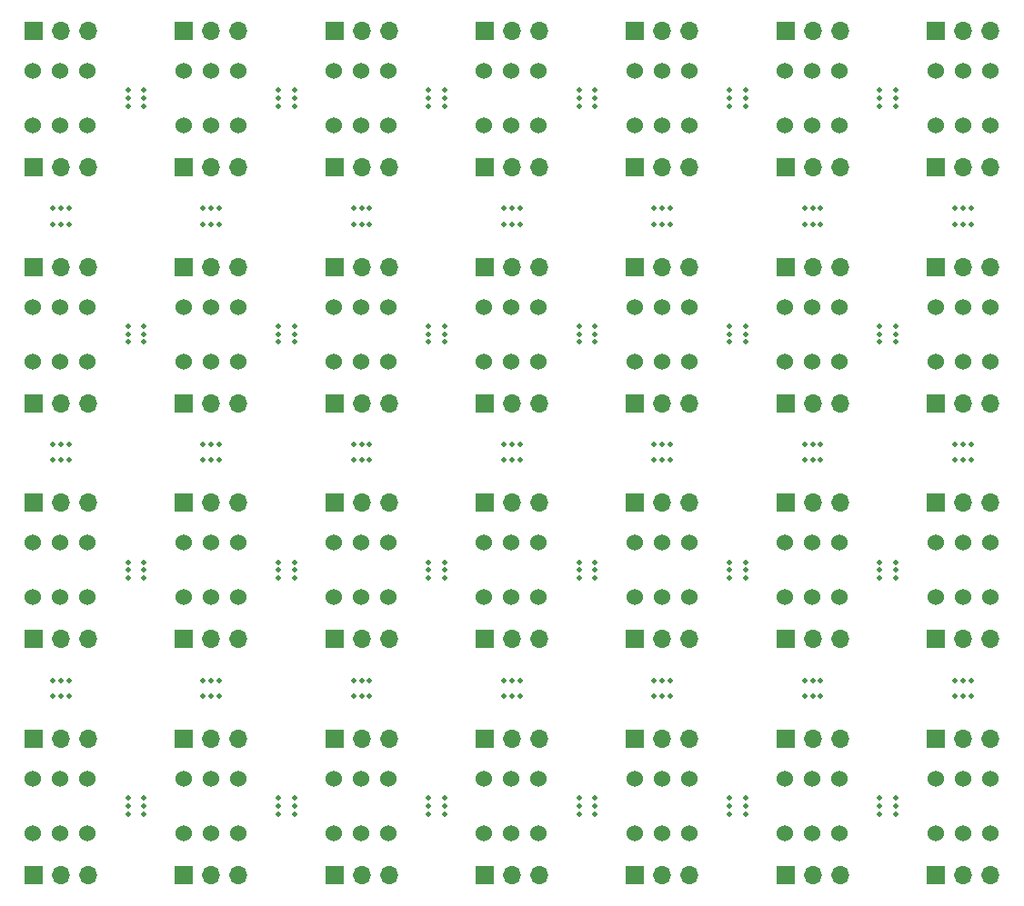
<source format=gbr>
%TF.GenerationSoftware,KiCad,Pcbnew,(6.0.0-0)*%
%TF.CreationDate,2022-11-23T09:42:26-05:00*%
%TF.ProjectId,Breakout_DPDT,42726561-6b6f-4757-945f-445044542e6b,rev?*%
%TF.SameCoordinates,Original*%
%TF.FileFunction,Soldermask,Top*%
%TF.FilePolarity,Negative*%
%FSLAX46Y46*%
G04 Gerber Fmt 4.6, Leading zero omitted, Abs format (unit mm)*
G04 Created by KiCad (PCBNEW (6.0.0-0)) date 2022-11-23 09:42:26*
%MOMM*%
%LPD*%
G01*
G04 APERTURE LIST*
%ADD10R,1.700000X1.700000*%
%ADD11O,1.700000X1.700000*%
%ADD12C,0.500000*%
%ADD13C,1.524000*%
G04 APERTURE END LIST*
D10*
%TO.C,J2*%
X137460000Y-59428000D03*
D11*
X140000000Y-59428000D03*
X142540000Y-59428000D03*
%TD*%
D12*
%TO.C,mouse-bite-2mm-slot*%
X70750000Y-64750000D03*
X69250000Y-63250000D03*
X70750000Y-63250000D03*
X70000000Y-63250000D03*
X70000000Y-64750000D03*
X69250000Y-64750000D03*
%TD*%
D10*
%TO.C,J1*%
X137460000Y-112728000D03*
D11*
X140000000Y-112728000D03*
X142540000Y-112728000D03*
%TD*%
D12*
%TO.C,mouse-bite-2mm-slot*%
X140750000Y-107250000D03*
X139250000Y-107250000D03*
X139250000Y-108750000D03*
X140750000Y-108750000D03*
X140000000Y-107250000D03*
X140000000Y-108750000D03*
%TD*%
D13*
%TO.C,SW1*%
X151420000Y-55539000D03*
X156500000Y-55539000D03*
X153960000Y-55539000D03*
X153960000Y-50459000D03*
X151420000Y-50459000D03*
X156500000Y-50459000D03*
%TD*%
%TO.C,SW1*%
X151420000Y-77539000D03*
X156500000Y-77539000D03*
X153960000Y-77539000D03*
X153960000Y-72459000D03*
X151420000Y-72459000D03*
X156500000Y-72459000D03*
%TD*%
D12*
%TO.C,mouse-bite-2mm-slot*%
X70750000Y-108750000D03*
X69250000Y-107250000D03*
X70000000Y-108750000D03*
X70000000Y-107250000D03*
X70750000Y-107250000D03*
X69250000Y-108750000D03*
%TD*%
D10*
%TO.C,J2*%
X151460000Y-103428000D03*
D11*
X154000000Y-103428000D03*
X156540000Y-103428000D03*
%TD*%
D13*
%TO.C,SW1*%
X67420000Y-77539000D03*
X72500000Y-77539000D03*
X69960000Y-77539000D03*
X69960000Y-72459000D03*
X67420000Y-72459000D03*
X72500000Y-72459000D03*
%TD*%
D12*
%TO.C,mouse-bite-2mm-slot*%
X98000000Y-107250000D03*
X98750000Y-107250000D03*
X98750000Y-108750000D03*
X98000000Y-108750000D03*
X97250000Y-107250000D03*
X97250000Y-108750000D03*
%TD*%
D10*
%TO.C,J1*%
X137460000Y-90728000D03*
D11*
X140000000Y-90728000D03*
X142540000Y-90728000D03*
%TD*%
D13*
%TO.C,SW1*%
X81420000Y-55539000D03*
X86500000Y-55539000D03*
X83960000Y-55539000D03*
X83960000Y-50459000D03*
X81420000Y-50459000D03*
X86500000Y-50459000D03*
%TD*%
D10*
%TO.C,J1*%
X95460000Y-112728000D03*
D11*
X98000000Y-112728000D03*
X100540000Y-112728000D03*
%TD*%
D12*
%TO.C,mouse-bite-2mm-slot*%
X119750000Y-96250000D03*
X119750000Y-97750000D03*
X118250000Y-96250000D03*
X119750000Y-97000000D03*
X118250000Y-97750000D03*
X118250000Y-97000000D03*
%TD*%
D10*
%TO.C,J2*%
X67460000Y-81428000D03*
D11*
X70000000Y-81428000D03*
X72540000Y-81428000D03*
%TD*%
D10*
%TO.C,J1*%
X137460000Y-68728000D03*
D11*
X140000000Y-68728000D03*
X142540000Y-68728000D03*
%TD*%
D10*
%TO.C,J1*%
X109460000Y-90728000D03*
D11*
X112000000Y-90728000D03*
X114540000Y-90728000D03*
%TD*%
D10*
%TO.C,J2*%
X109460000Y-125428000D03*
D11*
X112000000Y-125428000D03*
X114540000Y-125428000D03*
%TD*%
D10*
%TO.C,J2*%
X151460000Y-81428000D03*
D11*
X154000000Y-81428000D03*
X156540000Y-81428000D03*
%TD*%
D12*
%TO.C,mouse-bite-2mm-slot*%
X70750000Y-85250000D03*
X69250000Y-86750000D03*
X69250000Y-85250000D03*
X70000000Y-86750000D03*
X70000000Y-85250000D03*
X70750000Y-86750000D03*
%TD*%
D10*
%TO.C,J2*%
X95460000Y-103428000D03*
D11*
X98000000Y-103428000D03*
X100540000Y-103428000D03*
%TD*%
D13*
%TO.C,SW1*%
X109420000Y-121539000D03*
X114500000Y-121539000D03*
X111960000Y-121539000D03*
X111960000Y-116459000D03*
X109420000Y-116459000D03*
X114500000Y-116459000D03*
%TD*%
D10*
%TO.C,J1*%
X67460000Y-46728000D03*
D11*
X70000000Y-46728000D03*
X72540000Y-46728000D03*
%TD*%
D10*
%TO.C,J2*%
X123460000Y-81428000D03*
D11*
X126000000Y-81428000D03*
X128540000Y-81428000D03*
%TD*%
D12*
%TO.C,mouse-bite-2mm-slot*%
X77750000Y-96250000D03*
X76250000Y-97750000D03*
X76250000Y-97000000D03*
X76250000Y-96250000D03*
X77750000Y-97750000D03*
X77750000Y-97000000D03*
%TD*%
D13*
%TO.C,SW1*%
X109420000Y-77539000D03*
X114500000Y-77539000D03*
X111960000Y-77539000D03*
X111960000Y-72459000D03*
X109420000Y-72459000D03*
X114500000Y-72459000D03*
%TD*%
D12*
%TO.C,mouse-bite-2mm-slot*%
X154750000Y-108750000D03*
X154750000Y-107250000D03*
X153250000Y-107250000D03*
X154000000Y-108750000D03*
X154000000Y-107250000D03*
X153250000Y-108750000D03*
%TD*%
D10*
%TO.C,J1*%
X67460000Y-68728000D03*
D11*
X70000000Y-68728000D03*
X72540000Y-68728000D03*
%TD*%
D13*
%TO.C,SW1*%
X151420000Y-121539000D03*
X156500000Y-121539000D03*
X153960000Y-121539000D03*
X153960000Y-116459000D03*
X151420000Y-116459000D03*
X156500000Y-116459000D03*
%TD*%
%TO.C,SW1*%
X67420000Y-121539000D03*
X72500000Y-121539000D03*
X69960000Y-121539000D03*
X69960000Y-116459000D03*
X67420000Y-116459000D03*
X72500000Y-116459000D03*
%TD*%
%TO.C,SW1*%
X137420000Y-121539000D03*
X142500000Y-121539000D03*
X139960000Y-121539000D03*
X139960000Y-116459000D03*
X137420000Y-116459000D03*
X142500000Y-116459000D03*
%TD*%
D10*
%TO.C,J1*%
X137460000Y-46728000D03*
D11*
X140000000Y-46728000D03*
X142540000Y-46728000D03*
%TD*%
D10*
%TO.C,J1*%
X81460000Y-90728000D03*
D11*
X84000000Y-90728000D03*
X86540000Y-90728000D03*
%TD*%
D13*
%TO.C,SW1*%
X95420000Y-77539000D03*
X100500000Y-77539000D03*
X97960000Y-77539000D03*
X97960000Y-72459000D03*
X95420000Y-72459000D03*
X100500000Y-72459000D03*
%TD*%
%TO.C,SW1*%
X95420000Y-55539000D03*
X100500000Y-55539000D03*
X97960000Y-55539000D03*
X97960000Y-50459000D03*
X95420000Y-50459000D03*
X100500000Y-50459000D03*
%TD*%
%TO.C,SW1*%
X81420000Y-121539000D03*
X86500000Y-121539000D03*
X83960000Y-121539000D03*
X83960000Y-116459000D03*
X81420000Y-116459000D03*
X86500000Y-116459000D03*
%TD*%
D12*
%TO.C,mouse-bite-2mm-slot*%
X132250000Y-97750000D03*
X133750000Y-97000000D03*
X132250000Y-97000000D03*
X133750000Y-96250000D03*
X133750000Y-97750000D03*
X132250000Y-96250000D03*
%TD*%
D10*
%TO.C,J1*%
X151460000Y-68728000D03*
D11*
X154000000Y-68728000D03*
X156540000Y-68728000D03*
%TD*%
D10*
%TO.C,J2*%
X123460000Y-59428000D03*
D11*
X126000000Y-59428000D03*
X128540000Y-59428000D03*
%TD*%
D13*
%TO.C,SW1*%
X67420000Y-55539000D03*
X72500000Y-55539000D03*
X69960000Y-55539000D03*
X69960000Y-50459000D03*
X67420000Y-50459000D03*
X72500000Y-50459000D03*
%TD*%
D10*
%TO.C,J2*%
X109460000Y-81428000D03*
D11*
X112000000Y-81428000D03*
X114540000Y-81428000D03*
%TD*%
D12*
%TO.C,mouse-bite-2mm-slot*%
X105750000Y-75750000D03*
X105750000Y-75000000D03*
X105750000Y-74250000D03*
X104250000Y-74250000D03*
X104250000Y-75000000D03*
X104250000Y-75750000D03*
%TD*%
%TO.C,mouse-bite-2mm-slot*%
X140750000Y-63250000D03*
X139250000Y-64750000D03*
X139250000Y-63250000D03*
X140750000Y-64750000D03*
X140000000Y-64750000D03*
X140000000Y-63250000D03*
%TD*%
D10*
%TO.C,J1*%
X95460000Y-68728000D03*
D11*
X98000000Y-68728000D03*
X100540000Y-68728000D03*
%TD*%
D13*
%TO.C,SW1*%
X123420000Y-121539000D03*
X128500000Y-121539000D03*
X125960000Y-121539000D03*
X125960000Y-116459000D03*
X123420000Y-116459000D03*
X128500000Y-116459000D03*
%TD*%
D10*
%TO.C,J1*%
X67460000Y-90728000D03*
D11*
X70000000Y-90728000D03*
X72540000Y-90728000D03*
%TD*%
D10*
%TO.C,J2*%
X67460000Y-59428000D03*
D11*
X70000000Y-59428000D03*
X72540000Y-59428000D03*
%TD*%
D12*
%TO.C,mouse-bite-2mm-slot*%
X125250000Y-64750000D03*
X126750000Y-64750000D03*
X126000000Y-64750000D03*
X125250000Y-63250000D03*
X126750000Y-63250000D03*
X126000000Y-63250000D03*
%TD*%
D10*
%TO.C,J1*%
X95460000Y-46728000D03*
D11*
X98000000Y-46728000D03*
X100540000Y-46728000D03*
%TD*%
D13*
%TO.C,SW1*%
X137420000Y-55539000D03*
X142500000Y-55539000D03*
X139960000Y-55539000D03*
X139960000Y-50459000D03*
X137420000Y-50459000D03*
X142500000Y-50459000D03*
%TD*%
D12*
%TO.C,mouse-bite-2mm-slot*%
X146250000Y-75750000D03*
X147750000Y-75750000D03*
X146250000Y-75000000D03*
X146250000Y-74250000D03*
X147750000Y-74250000D03*
X147750000Y-75000000D03*
%TD*%
%TO.C,mouse-bite-2mm-slot*%
X140000000Y-86750000D03*
X140750000Y-85250000D03*
X140750000Y-86750000D03*
X139250000Y-86750000D03*
X139250000Y-85250000D03*
X140000000Y-85250000D03*
%TD*%
D13*
%TO.C,SW1*%
X67420000Y-99539000D03*
X72500000Y-99539000D03*
X69960000Y-99539000D03*
X69960000Y-94459000D03*
X67420000Y-94459000D03*
X72500000Y-94459000D03*
%TD*%
D12*
%TO.C,mouse-bite-2mm-slot*%
X97250000Y-85250000D03*
X97250000Y-86750000D03*
X98750000Y-86750000D03*
X98000000Y-85250000D03*
X98000000Y-86750000D03*
X98750000Y-85250000D03*
%TD*%
D10*
%TO.C,J2*%
X151460000Y-59428000D03*
D11*
X154000000Y-59428000D03*
X156540000Y-59428000D03*
%TD*%
D12*
%TO.C,mouse-bite-2mm-slot*%
X112000000Y-64750000D03*
X112750000Y-64750000D03*
X112000000Y-63250000D03*
X111250000Y-64750000D03*
X111250000Y-63250000D03*
X112750000Y-63250000D03*
%TD*%
D13*
%TO.C,SW1*%
X81420000Y-77539000D03*
X86500000Y-77539000D03*
X83960000Y-77539000D03*
X83960000Y-72459000D03*
X81420000Y-72459000D03*
X86500000Y-72459000D03*
%TD*%
D10*
%TO.C,J1*%
X109460000Y-68728000D03*
D11*
X112000000Y-68728000D03*
X114540000Y-68728000D03*
%TD*%
D12*
%TO.C,mouse-bite-2mm-slot*%
X154750000Y-63250000D03*
X154000000Y-64750000D03*
X153250000Y-63250000D03*
X154750000Y-64750000D03*
X154000000Y-63250000D03*
X153250000Y-64750000D03*
%TD*%
D10*
%TO.C,J1*%
X95460000Y-90728000D03*
D11*
X98000000Y-90728000D03*
X100540000Y-90728000D03*
%TD*%
D12*
%TO.C,mouse-bite-2mm-slot*%
X118250000Y-53000000D03*
X119750000Y-53750000D03*
X118250000Y-53750000D03*
X119750000Y-53000000D03*
X118250000Y-52250000D03*
X119750000Y-52250000D03*
%TD*%
D10*
%TO.C,J2*%
X109460000Y-59428000D03*
D11*
X112000000Y-59428000D03*
X114540000Y-59428000D03*
%TD*%
D12*
%TO.C,mouse-bite-2mm-slot*%
X76250000Y-52250000D03*
X77750000Y-53000000D03*
X76250000Y-53000000D03*
X77750000Y-53750000D03*
X76250000Y-53750000D03*
X77750000Y-52250000D03*
%TD*%
%TO.C,mouse-bite-2mm-slot*%
X154750000Y-86750000D03*
X153250000Y-85250000D03*
X153250000Y-86750000D03*
X154000000Y-85250000D03*
X154000000Y-86750000D03*
X154750000Y-85250000D03*
%TD*%
%TO.C,mouse-bite-2mm-slot*%
X133750000Y-118250000D03*
X133750000Y-119750000D03*
X132250000Y-119750000D03*
X132250000Y-119000000D03*
X132250000Y-118250000D03*
X133750000Y-119000000D03*
%TD*%
D13*
%TO.C,SW1*%
X109420000Y-55539000D03*
X114500000Y-55539000D03*
X111960000Y-55539000D03*
X111960000Y-50459000D03*
X109420000Y-50459000D03*
X114500000Y-50459000D03*
%TD*%
D12*
%TO.C,mouse-bite-2mm-slot*%
X84750000Y-85250000D03*
X83250000Y-86750000D03*
X84000000Y-85250000D03*
X83250000Y-85250000D03*
X84000000Y-86750000D03*
X84750000Y-86750000D03*
%TD*%
D13*
%TO.C,SW1*%
X123420000Y-77539000D03*
X128500000Y-77539000D03*
X125960000Y-77539000D03*
X125960000Y-72459000D03*
X123420000Y-72459000D03*
X128500000Y-72459000D03*
%TD*%
D10*
%TO.C,J1*%
X151460000Y-112728000D03*
D11*
X154000000Y-112728000D03*
X156540000Y-112728000D03*
%TD*%
D10*
%TO.C,J1*%
X123460000Y-68728000D03*
D11*
X126000000Y-68728000D03*
X128540000Y-68728000D03*
%TD*%
D13*
%TO.C,SW1*%
X151420000Y-99539000D03*
X156500000Y-99539000D03*
X153960000Y-99539000D03*
X153960000Y-94459000D03*
X151420000Y-94459000D03*
X156500000Y-94459000D03*
%TD*%
D12*
%TO.C,mouse-bite-2mm-slot*%
X97250000Y-64750000D03*
X98750000Y-64750000D03*
X98000000Y-64750000D03*
X98000000Y-63250000D03*
X98750000Y-63250000D03*
X97250000Y-63250000D03*
%TD*%
D10*
%TO.C,J2*%
X123460000Y-103428000D03*
D11*
X126000000Y-103428000D03*
X128540000Y-103428000D03*
%TD*%
D12*
%TO.C,mouse-bite-2mm-slot*%
X105750000Y-97750000D03*
X105750000Y-96250000D03*
X104250000Y-96250000D03*
X105750000Y-97000000D03*
X104250000Y-97000000D03*
X104250000Y-97750000D03*
%TD*%
D10*
%TO.C,J2*%
X137460000Y-81428000D03*
D11*
X140000000Y-81428000D03*
X142540000Y-81428000D03*
%TD*%
D12*
%TO.C,mouse-bite-2mm-slot*%
X83250000Y-63250000D03*
X83250000Y-64750000D03*
X84000000Y-63250000D03*
X84750000Y-63250000D03*
X84000000Y-64750000D03*
X84750000Y-64750000D03*
%TD*%
D10*
%TO.C,J2*%
X81460000Y-59428000D03*
D11*
X84000000Y-59428000D03*
X86540000Y-59428000D03*
%TD*%
D13*
%TO.C,SW1*%
X137420000Y-99539000D03*
X142500000Y-99539000D03*
X139960000Y-99539000D03*
X139960000Y-94459000D03*
X137420000Y-94459000D03*
X142500000Y-94459000D03*
%TD*%
D10*
%TO.C,J1*%
X123460000Y-46728000D03*
D11*
X126000000Y-46728000D03*
X128540000Y-46728000D03*
%TD*%
D12*
%TO.C,mouse-bite-2mm-slot*%
X90250000Y-96250000D03*
X91750000Y-96250000D03*
X90250000Y-97750000D03*
X90250000Y-97000000D03*
X91750000Y-97750000D03*
X91750000Y-97000000D03*
%TD*%
D10*
%TO.C,J2*%
X95460000Y-59428000D03*
D11*
X98000000Y-59428000D03*
X100540000Y-59428000D03*
%TD*%
D12*
%TO.C,mouse-bite-2mm-slot*%
X77750000Y-118250000D03*
X76250000Y-119750000D03*
X76250000Y-119000000D03*
X77750000Y-119000000D03*
X76250000Y-118250000D03*
X77750000Y-119750000D03*
%TD*%
%TO.C,mouse-bite-2mm-slot*%
X83250000Y-108750000D03*
X84750000Y-107250000D03*
X84000000Y-108750000D03*
X84750000Y-108750000D03*
X84000000Y-107250000D03*
X83250000Y-107250000D03*
%TD*%
D10*
%TO.C,J1*%
X151460000Y-90728000D03*
D11*
X154000000Y-90728000D03*
X156540000Y-90728000D03*
%TD*%
D10*
%TO.C,J2*%
X67460000Y-103428000D03*
D11*
X70000000Y-103428000D03*
X72540000Y-103428000D03*
%TD*%
D10*
%TO.C,J1*%
X123460000Y-90728000D03*
D11*
X126000000Y-90728000D03*
X128540000Y-90728000D03*
%TD*%
D12*
%TO.C,mouse-bite-2mm-slot*%
X105750000Y-53000000D03*
X104250000Y-53750000D03*
X105750000Y-53750000D03*
X104250000Y-53000000D03*
X105750000Y-52250000D03*
X104250000Y-52250000D03*
%TD*%
D13*
%TO.C,SW1*%
X95420000Y-121539000D03*
X100500000Y-121539000D03*
X97960000Y-121539000D03*
X97960000Y-116459000D03*
X95420000Y-116459000D03*
X100500000Y-116459000D03*
%TD*%
D12*
%TO.C,mouse-bite-2mm-slot*%
X146250000Y-96250000D03*
X147750000Y-97750000D03*
X146250000Y-97000000D03*
X146250000Y-97750000D03*
X147750000Y-97000000D03*
X147750000Y-96250000D03*
%TD*%
%TO.C,mouse-bite-2mm-slot*%
X104250000Y-118250000D03*
X105750000Y-119000000D03*
X104250000Y-119750000D03*
X105750000Y-118250000D03*
X105750000Y-119750000D03*
X104250000Y-119000000D03*
%TD*%
D10*
%TO.C,J2*%
X137460000Y-103428000D03*
D11*
X140000000Y-103428000D03*
X142540000Y-103428000D03*
%TD*%
D12*
%TO.C,mouse-bite-2mm-slot*%
X146250000Y-53000000D03*
X147750000Y-53750000D03*
X146250000Y-52250000D03*
X147750000Y-53000000D03*
X146250000Y-53750000D03*
X147750000Y-52250000D03*
%TD*%
%TO.C,mouse-bite-2mm-slot*%
X90250000Y-119750000D03*
X91750000Y-118250000D03*
X91750000Y-119750000D03*
X90250000Y-119000000D03*
X90250000Y-118250000D03*
X91750000Y-119000000D03*
%TD*%
D10*
%TO.C,J1*%
X123460000Y-112728000D03*
D11*
X126000000Y-112728000D03*
X128540000Y-112728000D03*
%TD*%
D10*
%TO.C,J1*%
X81460000Y-68728000D03*
D11*
X84000000Y-68728000D03*
X86540000Y-68728000D03*
%TD*%
D12*
%TO.C,mouse-bite-2mm-slot*%
X132250000Y-75750000D03*
X133750000Y-75000000D03*
X133750000Y-75750000D03*
X132250000Y-74250000D03*
X133750000Y-74250000D03*
X132250000Y-75000000D03*
%TD*%
D10*
%TO.C,J1*%
X109460000Y-46728000D03*
D11*
X112000000Y-46728000D03*
X114540000Y-46728000D03*
%TD*%
D10*
%TO.C,J2*%
X151460000Y-125428000D03*
D11*
X154000000Y-125428000D03*
X156540000Y-125428000D03*
%TD*%
D10*
%TO.C,J2*%
X137460000Y-125428000D03*
D11*
X140000000Y-125428000D03*
X142540000Y-125428000D03*
%TD*%
D10*
%TO.C,J1*%
X67460000Y-112728000D03*
D11*
X70000000Y-112728000D03*
X72540000Y-112728000D03*
%TD*%
D13*
%TO.C,SW1*%
X95420000Y-99539000D03*
X100500000Y-99539000D03*
X97960000Y-99539000D03*
X97960000Y-94459000D03*
X95420000Y-94459000D03*
X100500000Y-94459000D03*
%TD*%
D12*
%TO.C,mouse-bite-2mm-slot*%
X76250000Y-74250000D03*
X77750000Y-74250000D03*
X77750000Y-75750000D03*
X77750000Y-75000000D03*
X76250000Y-75000000D03*
X76250000Y-75750000D03*
%TD*%
D10*
%TO.C,J2*%
X95460000Y-81428000D03*
D11*
X98000000Y-81428000D03*
X100540000Y-81428000D03*
%TD*%
D12*
%TO.C,mouse-bite-2mm-slot*%
X132250000Y-52250000D03*
X133750000Y-53000000D03*
X133750000Y-52250000D03*
X132250000Y-53750000D03*
X133750000Y-53750000D03*
X132250000Y-53000000D03*
%TD*%
D13*
%TO.C,SW1*%
X81420000Y-99539000D03*
X86500000Y-99539000D03*
X83960000Y-99539000D03*
X83960000Y-94459000D03*
X81420000Y-94459000D03*
X86500000Y-94459000D03*
%TD*%
D10*
%TO.C,J2*%
X123460000Y-125428000D03*
D11*
X126000000Y-125428000D03*
X128540000Y-125428000D03*
%TD*%
D10*
%TO.C,J1*%
X151460000Y-46728000D03*
D11*
X154000000Y-46728000D03*
X156540000Y-46728000D03*
%TD*%
D13*
%TO.C,SW1*%
X123420000Y-55539000D03*
X128500000Y-55539000D03*
X125960000Y-55539000D03*
X125960000Y-50459000D03*
X123420000Y-50459000D03*
X128500000Y-50459000D03*
%TD*%
D12*
%TO.C,mouse-bite-2mm-slot*%
X125250000Y-85250000D03*
X126750000Y-86750000D03*
X126000000Y-86750000D03*
X125250000Y-86750000D03*
X126750000Y-85250000D03*
X126000000Y-85250000D03*
%TD*%
%TO.C,mouse-bite-2mm-slot*%
X126000000Y-107250000D03*
X126750000Y-107250000D03*
X126750000Y-108750000D03*
X125250000Y-108750000D03*
X125250000Y-107250000D03*
X126000000Y-108750000D03*
%TD*%
%TO.C,mouse-bite-2mm-slot*%
X119750000Y-74250000D03*
X119750000Y-75000000D03*
X118250000Y-74250000D03*
X118250000Y-75750000D03*
X119750000Y-75750000D03*
X118250000Y-75000000D03*
%TD*%
D13*
%TO.C,SW1*%
X123420000Y-99539000D03*
X128500000Y-99539000D03*
X125960000Y-99539000D03*
X125960000Y-94459000D03*
X123420000Y-94459000D03*
X128500000Y-94459000D03*
%TD*%
D10*
%TO.C,J2*%
X81460000Y-81428000D03*
D11*
X84000000Y-81428000D03*
X86540000Y-81428000D03*
%TD*%
D12*
%TO.C,mouse-bite-2mm-slot*%
X118250000Y-118250000D03*
X118250000Y-119000000D03*
X118250000Y-119750000D03*
X119750000Y-118250000D03*
X119750000Y-119750000D03*
X119750000Y-119000000D03*
%TD*%
D10*
%TO.C,J1*%
X109460000Y-112728000D03*
D11*
X112000000Y-112728000D03*
X114540000Y-112728000D03*
%TD*%
D10*
%TO.C,J2*%
X67460000Y-125428000D03*
D11*
X70000000Y-125428000D03*
X72540000Y-125428000D03*
%TD*%
D12*
%TO.C,mouse-bite-2mm-slot*%
X90250000Y-74250000D03*
X91750000Y-75750000D03*
X91750000Y-75000000D03*
X90250000Y-75750000D03*
X90250000Y-75000000D03*
X91750000Y-74250000D03*
%TD*%
%TO.C,mouse-bite-2mm-slot*%
X91750000Y-53000000D03*
X90250000Y-53000000D03*
X91750000Y-52250000D03*
X91750000Y-53750000D03*
X90250000Y-53750000D03*
X90250000Y-52250000D03*
%TD*%
D10*
%TO.C,J1*%
X81460000Y-46728000D03*
D11*
X84000000Y-46728000D03*
X86540000Y-46728000D03*
%TD*%
D10*
%TO.C,J1*%
X81460000Y-112728000D03*
D11*
X84000000Y-112728000D03*
X86540000Y-112728000D03*
%TD*%
D13*
%TO.C,SW1*%
X137420000Y-77539000D03*
X142500000Y-77539000D03*
X139960000Y-77539000D03*
X139960000Y-72459000D03*
X137420000Y-72459000D03*
X142500000Y-72459000D03*
%TD*%
%TO.C,SW1*%
X109420000Y-99539000D03*
X114500000Y-99539000D03*
X111960000Y-99539000D03*
X111960000Y-94459000D03*
X109420000Y-94459000D03*
X114500000Y-94459000D03*
%TD*%
D12*
%TO.C,mouse-bite-2mm-slot*%
X146250000Y-119000000D03*
X146250000Y-119750000D03*
X147750000Y-119000000D03*
X146250000Y-118250000D03*
X147750000Y-119750000D03*
X147750000Y-118250000D03*
%TD*%
%TO.C,mouse-bite-2mm-slot*%
X112750000Y-85250000D03*
X112000000Y-85250000D03*
X112000000Y-86750000D03*
X111250000Y-85250000D03*
X112750000Y-86750000D03*
X111250000Y-86750000D03*
%TD*%
D10*
%TO.C,J2*%
X81460000Y-103428000D03*
D11*
X84000000Y-103428000D03*
X86540000Y-103428000D03*
%TD*%
D10*
%TO.C,J2*%
X81460000Y-125428000D03*
D11*
X84000000Y-125428000D03*
X86540000Y-125428000D03*
%TD*%
D12*
%TO.C,mouse-bite-2mm-slot*%
X112750000Y-107250000D03*
X111250000Y-107250000D03*
X111250000Y-108750000D03*
X112000000Y-108750000D03*
X112750000Y-108750000D03*
X112000000Y-107250000D03*
%TD*%
D10*
%TO.C,J2*%
X95460000Y-125428000D03*
D11*
X98000000Y-125428000D03*
X100540000Y-125428000D03*
%TD*%
D10*
%TO.C,J2*%
X109460000Y-103428000D03*
D11*
X112000000Y-103428000D03*
X114540000Y-103428000D03*
%TD*%
M02*

</source>
